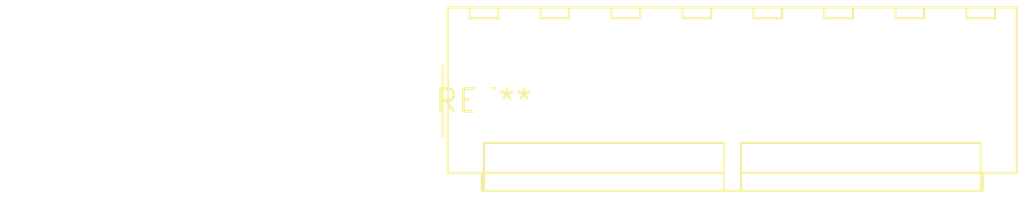
<source format=kicad_pcb>
(kicad_pcb (version 20240108) (generator pcbnew)
  (layers (0 "F.Cu" signal) (31 "B.Cu" signal) (34 "B.Paste" user) (35 "F.Paste" user) (36 "B.SilkS" user "B.Silkscreen") (37 "F.SilkS" user "F.Silkscreen") (38 "B.Mask" user) (39 "F.Mask" user) (44 "Edge.Cuts" user))
  (net 0 "")
  (footprint "Molex_KK-396_A-41791-0008_1x08_P3.96mm_Vertical" (layer "F.Cu") (at 0 0)
    (property "Reference" "REF**")
    (property "Value" "Molex_KK-396_A-41791-0008_1x08_P3.96mm_Vertical")
    (fp_line (start -2.31 -2) (end -2.31 2) (layer "F.SilkS") (stroke (width 0.12)))
    (fp_line (start -2.02 -5.22) (end 29.74 -5.22) (layer "F.SilkS") (stroke (width 0.12)))
    (fp_line (start -2.02 4.005) (end -2.02 -5.22) (layer "F.SilkS") (stroke (width 0.12)))
    (fp_line (start -0.8 -5.22) (end -0.8 -4.62) (layer "F.SilkS") (stroke (width 0.12)))
    (fp_line (start -0.8 -4.62) (end 0.8 -4.62) (layer "F.SilkS") (stroke (width 0.12)))
    (fp_line (start -0.115 4.005) (end -2.02 4.005) (layer "F.SilkS") (stroke (width 0.12)))
    (fp_line (start -0.115 5.01) (end -0.115 4.005) (layer "F.SilkS") (stroke (width 0.12)))
    (fp_line (start 0 2.34) (end 13.38 2.34) (layer "F.SilkS") (stroke (width 0.12)))
    (fp_line (start 0 4.01) (end 0 2.34) (layer "F.SilkS") (stroke (width 0.12)))
    (fp_line (start 0 4.01) (end 13.38 4.01) (layer "F.SilkS") (stroke (width 0.12)))
    (fp_line (start 0 5.01) (end 0 4.01) (layer "F.SilkS") (stroke (width 0.12)))
    (fp_line (start 0.8 -4.62) (end 0.8 -5.22) (layer "F.SilkS") (stroke (width 0.12)))
    (fp_line (start 3.16 -5.22) (end 3.16 -4.62) (layer "F.SilkS") (stroke (width 0.12)))
    (fp_line (start 3.16 -4.62) (end 4.76 -4.62) (layer "F.SilkS") (stroke (width 0.12)))
    (fp_line (start 4.76 -4.62) (end 4.76 -5.22) (layer "F.SilkS") (stroke (width 0.12)))
    (fp_line (start 7.12 -5.22) (end 7.12 -4.62) (layer "F.SilkS") (stroke (width 0.12)))
    (fp_line (start 7.12 -4.62) (end 8.72 -4.62) (layer "F.SilkS") (stroke (width 0.12)))
    (fp_line (start 8.72 -4.62) (end 8.72 -5.22) (layer "F.SilkS") (stroke (width 0.12)))
    (fp_line (start 11.08 -5.22) (end 11.08 -4.62) (layer "F.SilkS") (stroke (width 0.12)))
    (fp_line (start 11.08 -4.62) (end 12.68 -4.62) (layer "F.SilkS") (stroke (width 0.12)))
    (fp_line (start 12.68 -4.62) (end 12.68 -5.22) (layer "F.SilkS") (stroke (width 0.12)))
    (fp_line (start 13.38 2.34) (end 13.38 4.01) (layer "F.SilkS") (stroke (width 0.12)))
    (fp_line (start 13.38 4.01) (end 13.38 5.01) (layer "F.SilkS") (stroke (width 0.12)))
    (fp_line (start 14.34 2.34) (end 27.72 2.34) (layer "F.SilkS") (stroke (width 0.12)))
    (fp_line (start 14.34 4.01) (end 14.34 2.34) (layer "F.SilkS") (stroke (width 0.12)))
    (fp_line (start 14.34 4.01) (end 27.72 4.01) (layer "F.SilkS") (stroke (width 0.12)))
    (fp_line (start 14.34 5.01) (end 14.34 4.01) (layer "F.SilkS") (stroke (width 0.12)))
    (fp_line (start 15.04 -5.22) (end 15.04 -4.62) (layer "F.SilkS") (stroke (width 0.12)))
    (fp_line (start 15.04 -4.62) (end 16.64 -4.62) (layer "F.SilkS") (stroke (width 0.12)))
    (fp_line (start 16.64 -4.62) (end 16.64 -5.22) (layer "F.SilkS") (stroke (width 0.12)))
    (fp_line (start 19 -5.22) (end 19 -4.62) (layer "F.SilkS") (stroke (width 0.12)))
    (fp_line (start 19 -4.62) (end 20.6 -4.62) (layer "F.SilkS") (stroke (width 0.12)))
    (fp_line (start 20.6 -4.62) (end 20.6 -5.22) (layer "F.SilkS") (stroke (width 0.12)))
    (fp_line (start 22.96 -5.22) (end 22.96 -4.62) (layer "F.SilkS") (stroke (width 0.12)))
    (fp_line (start 22.96 -4.62) (end 24.56 -4.62) (layer "F.SilkS") (stroke (width 0.12)))
    (fp_line (start 24.56 -4.62) (end 24.56 -5.22) (layer "F.SilkS") (stroke (width 0.12)))
    (fp_line (start 26.92 -5.22) (end 26.92 -4.62) (layer "F.SilkS") (stroke (width 0.12)))
    (fp_line (start 26.92 -4.62) (end 28.52 -4.62) (layer "F.SilkS") (stroke (width 0.12)))
    (fp_line (start 27.72 2.34) (end 27.72 4.01) (layer "F.SilkS") (stroke (width 0.12)))
    (fp_line (start 27.72 4.01) (end 27.72 5.01) (layer "F.SilkS") (stroke (width 0.12)))
    (fp_line (start 27.835 4.005) (end 27.835 5.01) (layer "F.SilkS") (stroke (width 0.12)))
    (fp_line (start 27.835 5.01) (end -0.115 5.01) (layer "F.SilkS") (stroke (width 0.12)))
    (fp_line (start 28.52 -4.62) (end 28.52 -5.22) (layer "F.SilkS") (stroke (width 0.12)))
    (fp_line (start 29.74 -5.22) (end 29.74 4.005) (layer "F.SilkS") (stroke (width 0.12)))
    (fp_line (start 29.74 4.005) (end 27.835 4.005) (layer "F.SilkS") (stroke (width 0.12)))
    (pad "1" thru_hole roundrect (at 0 0) (size 3.16 4.1) (drill 1.7) (layers *.Cu *.Mask) (remove_unused_layers) (roundrect_rratio 0.079114))
    (pad "2" thru_hole oval (at 3.96 0) (size 3.16 4.1) (drill 1.7) (layers *.Cu *.Mask) (remove_unused_layers))
    (pad "3" thru_hole oval (at 7.92 0) (size 3.16 4.1) (drill 1.7) (layers *.Cu *.Mask) (remove_unused_layers))
    (pad "4" thru_hole oval (at 11.88 0) (size 3.16 4.1) (drill 1.7) (layers *.Cu *.Mask) (remove_unused_layers))
    (pad "5" thru_hole oval (at 15.84 0) (size 3.16 4.1) (drill 1.7) (layers *.Cu *.Mask) (remove_unused_layers))
    (pad "6" thru_hole oval (at 19.8 0) (size 3.16 4.1) (drill 1.7) (layers *.Cu *.Mask) (remove_unused_layers))
    (pad "7" thru_hole oval (at 23.76 0) (size 3.16 4.1) (drill 1.7) (layers *.Cu *.Mask) (remove_unused_layers))
    (pad "8" thru_hole oval (at 27.72 0) (size 3.16 4.1) (drill 1.7) (layers *.Cu *.Mask) (remove_unused_layers))
  )
)
</source>
